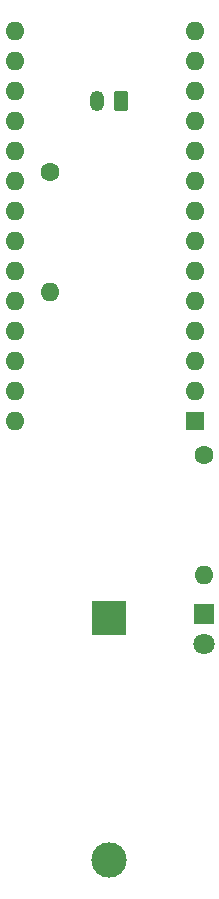
<source format=gbr>
%TF.GenerationSoftware,KiCad,Pcbnew,7.0.8*%
%TF.CreationDate,2023-10-17T23:29:07+09:00*%
%TF.ProjectId,radicon-client,72616469-636f-46e2-9d63-6c69656e742e,rev?*%
%TF.SameCoordinates,Original*%
%TF.FileFunction,Soldermask,Bot*%
%TF.FilePolarity,Negative*%
%FSLAX46Y46*%
G04 Gerber Fmt 4.6, Leading zero omitted, Abs format (unit mm)*
G04 Created by KiCad (PCBNEW 7.0.8) date 2023-10-17 23:29:07*
%MOMM*%
%LPD*%
G01*
G04 APERTURE LIST*
G04 Aperture macros list*
%AMRoundRect*
0 Rectangle with rounded corners*
0 $1 Rounding radius*
0 $2 $3 $4 $5 $6 $7 $8 $9 X,Y pos of 4 corners*
0 Add a 4 corners polygon primitive as box body*
4,1,4,$2,$3,$4,$5,$6,$7,$8,$9,$2,$3,0*
0 Add four circle primitives for the rounded corners*
1,1,$1+$1,$2,$3*
1,1,$1+$1,$4,$5*
1,1,$1+$1,$6,$7*
1,1,$1+$1,$8,$9*
0 Add four rect primitives between the rounded corners*
20,1,$1+$1,$2,$3,$4,$5,0*
20,1,$1+$1,$4,$5,$6,$7,0*
20,1,$1+$1,$6,$7,$8,$9,0*
20,1,$1+$1,$8,$9,$2,$3,0*%
G04 Aperture macros list end*
%ADD10C,1.600000*%
%ADD11O,1.600000X1.600000*%
%ADD12R,1.800000X1.800000*%
%ADD13C,1.800000*%
%ADD14RoundRect,0.250000X0.350000X0.625000X-0.350000X0.625000X-0.350000X-0.625000X0.350000X-0.625000X0*%
%ADD15O,1.200000X1.750000*%
%ADD16R,3.000000X3.000000*%
%ADD17C,3.000000*%
%ADD18R,1.600000X1.600000*%
G04 APERTURE END LIST*
D10*
%TO.C,R2*%
X152000000Y-100920000D03*
D11*
X152000000Y-111080000D03*
%TD*%
D12*
%TO.C,D1*%
X152000000Y-114460000D03*
D13*
X152000000Y-117000000D03*
%TD*%
D14*
%TO.C,J1*%
X145000000Y-70950000D03*
D15*
X143000000Y-70950000D03*
%TD*%
D16*
%TO.C,BT1*%
X144000000Y-114750000D03*
D17*
X144000000Y-135240000D03*
%TD*%
D10*
%TO.C,R1*%
X139000000Y-76960000D03*
D11*
X139000000Y-87120000D03*
%TD*%
D18*
%TO.C,U1*%
X151240000Y-98080000D03*
D11*
X151240000Y-95540000D03*
X151240000Y-93000000D03*
X151240000Y-90460000D03*
X151240000Y-87920000D03*
X151240000Y-85380000D03*
X151240000Y-82840000D03*
X151240000Y-80300000D03*
X151240000Y-77760000D03*
X151240000Y-75220000D03*
X151240000Y-72680000D03*
X151240000Y-70140000D03*
X151240000Y-67600000D03*
X151240000Y-65060000D03*
X136000000Y-65060000D03*
X136000000Y-67600000D03*
X136000000Y-70140000D03*
X136000000Y-72680000D03*
X136000000Y-75220000D03*
X136000000Y-77760000D03*
X136000000Y-80300000D03*
X136000000Y-82840000D03*
X136000000Y-85380000D03*
X136000000Y-87920000D03*
X136000000Y-90460000D03*
X136000000Y-93000000D03*
X136000000Y-95540000D03*
X136000000Y-98080000D03*
%TD*%
M02*

</source>
